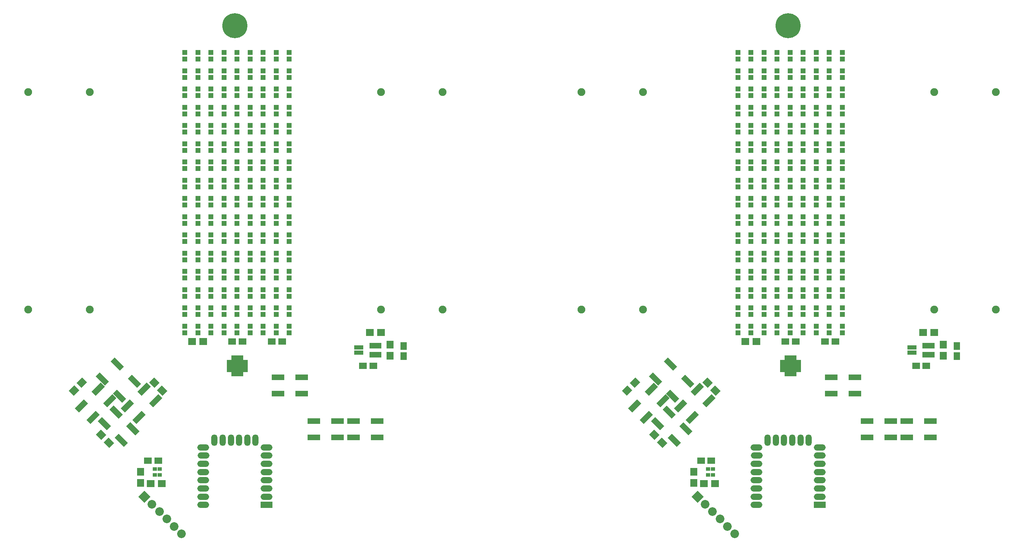
<source format=gts>
%MOIN*%
%OFA0B0*%
%FSLAX46Y46*%
%IPPOS*%
%LPD*%
%ADD10C,0.0039370078740157488*%
%ADD11C,0.074803149606299218*%
%ADD12R,0.047244094488188976X0.047244094488188976*%
%ADD13R,0.074803149606299218X0.064960629921259838*%
%ADD14R,0.074803149606299218X0.066929133858267723*%
%ADD15C,0.082677165354330714*%
%ADD16C,0.24015748031496062*%
%ADD17R,0.1141732283464567X0.059055118110236227*%
%ADD18O,0.1141732283464567X0.059055118110236227*%
%ADD19O,0.059055118110236227X0.11023622047244094*%
%ADD20R,0.066929133858267723X0.074803149606299218*%
%ADD21R,0.023622047244094488X0.047244094488188976*%
%ADD22R,0.047244094488188976X0.023622047244094488*%
%ADD23R,0.062992125984251982X0.062992125984251982*%
%ADD24R,0.03937007874015748X0.033464566929133861*%
%ADD25R,0.12401574803149606X0.055118110236220472*%
%ADD26R,0.041338582677165357X0.05748031496062992*%
%ADD27R,0.064960629921259838X0.074803149606299218*%
%ADD28R,0.086614173228346469X0.03937007874015748*%
%ADD39C,0.0039370078740157488*%
%ADD40C,0.074803149606299218*%
%ADD41R,0.047244094488188976X0.047244094488188976*%
%ADD42R,0.074803149606299218X0.064960629921259838*%
%ADD43R,0.074803149606299218X0.066929133858267723*%
%ADD44C,0.082677165354330714*%
%ADD45C,0.24015748031496062*%
%ADD46R,0.1141732283464567X0.059055118110236227*%
%ADD47O,0.1141732283464567X0.059055118110236227*%
%ADD48O,0.059055118110236227X0.11023622047244094*%
%ADD49R,0.066929133858267723X0.074803149606299218*%
%ADD50R,0.023622047244094488X0.047244094488188976*%
%ADD51R,0.047244094488188976X0.023622047244094488*%
%ADD52R,0.062992125984251982X0.062992125984251982*%
%ADD53R,0.03937007874015748X0.033464566929133861*%
%ADD54R,0.12401574803149606X0.055118110236220472*%
%ADD55R,0.041338582677165357X0.05748031496062992*%
%ADD56R,0.064960629921259838X0.074803149606299218*%
%ADD57R,0.086614173228346469X0.03937007874015748*%
%LPD*%
G01*
D10*
G36*
X0001831343Y0001813960D02*
X0001870318Y0001852934D01*
X0001958010Y0001765242D01*
X0001919036Y0001726267D01*
X0001831343Y0001813960D01*
X0001831343Y0001813960D01*
G37*
G36*
X0001666315Y0001978988D02*
X0001705289Y0002017963D01*
X0001792981Y0001930270D01*
X0001754007Y0001891296D01*
X0001666315Y0001978988D01*
X0001666315Y0001978988D01*
G37*
G36*
X0001522666Y0001835340D02*
X0001561641Y0001874314D01*
X0001649333Y0001786622D01*
X0001610359Y0001747647D01*
X0001522666Y0001835340D01*
X0001522666Y0001835340D01*
G37*
G36*
X0001687695Y0001670311D02*
X0001726669Y0001709286D01*
X0001814362Y0001621593D01*
X0001775387Y0001582619D01*
X0001687695Y0001670311D01*
X0001687695Y0001670311D01*
G37*
D11*
X0004257401Y0004564566D03*
X0004847952Y0004564566D03*
X0004847952Y0002477952D03*
X0004257401Y0002477952D03*
X0000877401Y0004564566D03*
X0001467952Y0004564566D03*
X0001467952Y0002477952D03*
X0000877401Y0002477952D03*
D12*
X0003377086Y0004879094D03*
X0003377086Y0004942086D03*
X0003377086Y0004704094D03*
X0003377086Y0004767086D03*
X0003377086Y0004529094D03*
X0003377086Y0004592086D03*
X0003377086Y0004354094D03*
X0003377086Y0004417086D03*
X0003377086Y0004179094D03*
X0003377086Y0004242086D03*
X0003377086Y0004004094D03*
X0003377086Y0004067086D03*
X0003377086Y0003829094D03*
X0003377086Y0003892086D03*
X0003377086Y0003654094D03*
X0003377086Y0003717086D03*
X0003377086Y0003479094D03*
X0003377086Y0003542086D03*
X0003377086Y0003304094D03*
X0003377086Y0003367086D03*
X0003377086Y0003129094D03*
X0003377086Y0003192086D03*
X0003377086Y0002954094D03*
X0003377086Y0003017086D03*
X0003377086Y0002779094D03*
X0003377086Y0002842086D03*
X0003377086Y0002604094D03*
X0003377086Y0002667086D03*
X0003377086Y0002429094D03*
X0003377086Y0002492086D03*
X0003377086Y0002254094D03*
X0003377086Y0002317086D03*
D13*
X0003210964Y0002170452D03*
X0003309389Y0002170452D03*
D12*
X0003252086Y0004879094D03*
X0003252086Y0004942086D03*
X0003252086Y0004704094D03*
X0003252086Y0004767086D03*
X0003252086Y0004529094D03*
X0003252086Y0004592086D03*
X0003252086Y0004354094D03*
X0003252086Y0004417086D03*
X0003252086Y0004179094D03*
X0003252086Y0004242086D03*
X0003252086Y0004004094D03*
X0003252086Y0004067086D03*
X0003252086Y0003829094D03*
X0003252086Y0003892086D03*
X0003252086Y0003654094D03*
X0003252086Y0003717086D03*
X0003252086Y0003479094D03*
X0003252086Y0003542086D03*
X0003252086Y0003304094D03*
X0003252086Y0003367086D03*
X0003252086Y0003129094D03*
X0003252086Y0003192086D03*
X0003252086Y0002954094D03*
X0003252086Y0003017086D03*
X0003252086Y0002779094D03*
X0003252086Y0002842086D03*
X0003252086Y0002604094D03*
X0003252086Y0002667086D03*
X0003252086Y0002429094D03*
X0003252086Y0002492086D03*
X0003252086Y0002254094D03*
X0003252086Y0002317086D03*
D13*
X0002929389Y0002170452D03*
X0002830964Y0002170452D03*
D12*
X0003127086Y0004879094D03*
X0003127086Y0004942086D03*
X0003127086Y0004704094D03*
X0003127086Y0004767086D03*
X0003127086Y0004529094D03*
X0003127086Y0004592086D03*
X0003127086Y0004354094D03*
X0003127086Y0004417086D03*
X0003127086Y0004179094D03*
X0003127086Y0004242086D03*
X0003127086Y0004004094D03*
X0003127086Y0004067086D03*
X0003127086Y0003829094D03*
X0003127086Y0003892086D03*
X0003127086Y0003654094D03*
X0003127086Y0003717086D03*
X0003127086Y0003479094D03*
X0003127086Y0003542086D03*
X0003127086Y0003304094D03*
X0003127086Y0003367086D03*
X0003127086Y0003129094D03*
X0003127086Y0003192086D03*
X0003127086Y0002954094D03*
X0003127086Y0003017086D03*
X0003127086Y0002779094D03*
X0003127086Y0002842086D03*
X0003127086Y0002604094D03*
X0003127086Y0002667086D03*
X0003127086Y0002429094D03*
X0003127086Y0002492086D03*
X0003127086Y0002254094D03*
X0003127086Y0002317086D03*
X0003002086Y0004879094D03*
X0003002086Y0004942086D03*
X0003002086Y0004704094D03*
X0003002086Y0004767086D03*
X0003002086Y0004529094D03*
X0003002086Y0004592086D03*
X0003002086Y0004354094D03*
X0003002086Y0004417086D03*
X0003002086Y0004179094D03*
X0003002086Y0004242086D03*
X0003002086Y0004004094D03*
X0003002086Y0004067086D03*
X0003002086Y0003829094D03*
X0003002086Y0003892086D03*
X0003002086Y0003654094D03*
X0003002086Y0003717086D03*
X0003002086Y0003479094D03*
X0003002086Y0003542086D03*
X0003002086Y0003304094D03*
X0003002086Y0003367086D03*
X0003002086Y0003129094D03*
X0003002086Y0003192086D03*
X0003002086Y0002954094D03*
X0003002086Y0003017086D03*
X0003002086Y0002779094D03*
X0003002086Y0002842086D03*
X0003002086Y0002604094D03*
X0003002086Y0002667086D03*
X0003002086Y0002429094D03*
X0003002086Y0002492086D03*
X0003002086Y0002254094D03*
X0003002086Y0002317086D03*
X0002877086Y0004879094D03*
X0002877086Y0004942086D03*
X0002877086Y0004704094D03*
X0002877086Y0004767086D03*
X0002877086Y0004529094D03*
X0002877086Y0004592086D03*
X0002877086Y0004354094D03*
X0002877086Y0004417086D03*
X0002877086Y0004179094D03*
X0002877086Y0004242086D03*
X0002877086Y0004004094D03*
X0002877086Y0004067086D03*
X0002877086Y0003829094D03*
X0002877086Y0003892086D03*
X0002877086Y0003654094D03*
X0002877086Y0003717086D03*
X0002877086Y0003479094D03*
X0002877086Y0003542086D03*
X0002877086Y0003304094D03*
X0002877086Y0003367086D03*
X0002877086Y0003129094D03*
X0002877086Y0003192086D03*
X0002877086Y0002954094D03*
X0002877086Y0003017086D03*
X0002877086Y0002779094D03*
X0002877086Y0002842086D03*
X0002877086Y0002604094D03*
X0002877086Y0002667086D03*
X0002877086Y0002429094D03*
X0002877086Y0002492086D03*
X0002877086Y0002254094D03*
X0002877086Y0002317086D03*
X0002752086Y0004879094D03*
X0002752086Y0004942086D03*
X0002752086Y0004704094D03*
X0002752086Y0004767086D03*
X0002752086Y0004529094D03*
X0002752086Y0004592086D03*
X0002752086Y0004354094D03*
X0002752086Y0004417086D03*
X0002752086Y0004179094D03*
X0002752086Y0004242086D03*
X0002752086Y0004004094D03*
X0002752086Y0004067086D03*
X0002752086Y0003829094D03*
X0002752086Y0003892086D03*
X0002752086Y0003654094D03*
X0002752086Y0003717086D03*
X0002752086Y0003479094D03*
X0002752086Y0003542086D03*
X0002752086Y0003304094D03*
X0002752086Y0003367086D03*
X0002752086Y0003129094D03*
X0002752086Y0003192086D03*
X0002752086Y0002954094D03*
X0002752086Y0003017086D03*
X0002752086Y0002779094D03*
X0002752086Y0002842086D03*
X0002752086Y0002604094D03*
X0002752086Y0002667086D03*
X0002752086Y0002429094D03*
X0002752086Y0002492086D03*
X0002752086Y0002254094D03*
X0002752086Y0002317086D03*
X0002627086Y0004879094D03*
X0002627086Y0004942086D03*
X0002627086Y0004704094D03*
X0002627086Y0004767086D03*
X0002627086Y0004529094D03*
X0002627086Y0004592086D03*
X0002627086Y0004354094D03*
X0002627086Y0004417086D03*
X0002627086Y0004179094D03*
X0002627086Y0004242086D03*
X0002627086Y0004004094D03*
X0002627086Y0004067086D03*
X0002627086Y0003829094D03*
X0002627086Y0003892086D03*
X0002627086Y0003654094D03*
X0002627086Y0003717086D03*
X0002627086Y0003479094D03*
X0002627086Y0003542086D03*
X0002627086Y0003304094D03*
X0002627086Y0003367086D03*
X0002627086Y0003129094D03*
X0002627086Y0003192086D03*
X0002627086Y0002954094D03*
X0002627086Y0003017086D03*
X0002627086Y0002779094D03*
X0002627086Y0002842086D03*
X0002627086Y0002604094D03*
X0002627086Y0002667086D03*
X0002627086Y0002429094D03*
X0002627086Y0002492086D03*
X0002627086Y0002254094D03*
X0002627086Y0002317086D03*
X0002502086Y0004879094D03*
X0002502086Y0004942086D03*
X0002502086Y0004704094D03*
X0002502086Y0004767086D03*
X0002502086Y0004529094D03*
X0002502086Y0004592086D03*
X0002502086Y0004354094D03*
X0002502086Y0004417086D03*
X0002502086Y0004179094D03*
X0002502086Y0004242086D03*
X0002502086Y0004004094D03*
X0002502086Y0004067086D03*
X0002502086Y0003829094D03*
X0002502086Y0003892086D03*
X0002502086Y0003654094D03*
X0002502086Y0003717086D03*
X0002502086Y0003479094D03*
X0002502086Y0003542086D03*
X0002502086Y0003304094D03*
X0002502086Y0003367086D03*
X0002502086Y0003129094D03*
X0002502086Y0003192086D03*
X0002502086Y0002954094D03*
X0002502086Y0003017086D03*
X0002502086Y0002779094D03*
X0002502086Y0002842086D03*
X0002502086Y0002604094D03*
X0002502086Y0002667086D03*
X0002502086Y0002429094D03*
X0002502086Y0002492086D03*
X0002502086Y0002254094D03*
X0002502086Y0002317086D03*
X0002377086Y0004879094D03*
X0002377086Y0004942086D03*
X0002377086Y0004704094D03*
X0002377086Y0004767086D03*
X0002377086Y0004529094D03*
X0002377086Y0004592086D03*
X0002377086Y0004354094D03*
X0002377086Y0004417086D03*
X0002377086Y0004179094D03*
X0002377086Y0004242086D03*
X0002377086Y0004004094D03*
X0002377086Y0004067086D03*
X0002377086Y0003829094D03*
X0002377086Y0003892086D03*
X0002377086Y0003654094D03*
X0002377086Y0003717086D03*
X0002377086Y0003479094D03*
X0002377086Y0003542086D03*
X0002377086Y0003304094D03*
X0002377086Y0003367086D03*
X0002377086Y0003129094D03*
X0002377086Y0003192086D03*
X0002377086Y0002954094D03*
X0002377086Y0003017086D03*
X0002377086Y0002779094D03*
X0002377086Y0002842086D03*
X0002377086Y0002604094D03*
X0002377086Y0002667086D03*
X0002377086Y0002429094D03*
X0002377086Y0002492086D03*
X0002377086Y0002254094D03*
X0002377086Y0002317086D03*
D14*
X0002447027Y0002170452D03*
X0002553326Y0002170452D03*
D10*
G36*
X0001990157Y0000622640D02*
X0001931695Y0000681102D01*
X0001990157Y0000739563D01*
X0002048619Y0000681102D01*
X0001990157Y0000622640D01*
X0001990157Y0000622640D01*
G37*
D15*
X0002060868Y0000610391D02*
X0002060868Y0000610391D01*
X0002131578Y0000539681D02*
X0002131578Y0000539681D01*
X0002202289Y0000468970D02*
X0002202289Y0000468970D01*
X0002273000Y0000398259D02*
X0002273000Y0000398259D01*
X0002343710Y0000327548D02*
X0002343710Y0000327548D01*
D16*
X0002856299Y0005200787D03*
D17*
X0003160236Y0000602952D03*
D18*
X0003160236Y0000681692D03*
X0003160236Y0000760433D03*
X0003160236Y0000839173D03*
X0003160236Y0000917913D03*
X0003160236Y0000996653D03*
X0003160236Y0001075393D03*
X0003160236Y0001154133D03*
X0002553936Y0001154133D03*
X0002557873Y0001075393D03*
X0002553936Y0000996653D03*
X0002553936Y0000917913D03*
X0002553936Y0000839173D03*
X0002553936Y0000760433D03*
X0002553936Y0000681692D03*
X0002553936Y0000602952D03*
D19*
X0003054330Y0001223031D03*
X0002975590Y0001223031D03*
X0002896850Y0001223031D03*
X0002818110Y0001223031D03*
X0002739370Y0001223031D03*
X0002660629Y0001223031D03*
D13*
X0002023464Y0001027952D03*
X0002121889Y0001027952D03*
D14*
X0002049527Y0000807952D03*
X0002155826Y0000807952D03*
D20*
X0001952677Y0000814803D03*
X0001952677Y0000921102D03*
D21*
X0002832933Y0001858681D03*
X0002848681Y0001858681D03*
X0002864429Y0001858681D03*
X0002880177Y0001858681D03*
X0002895925Y0001858681D03*
X0002911673Y0001858681D03*
X0002927421Y0001858681D03*
D22*
X0002956948Y0001888208D03*
X0002956948Y0001903956D03*
X0002956948Y0001919704D03*
X0002956948Y0001935452D03*
X0002956948Y0001951200D03*
X0002956948Y0001966948D03*
X0002956948Y0001982696D03*
D21*
X0002927421Y0002012224D03*
X0002911673Y0002012224D03*
X0002895925Y0002012224D03*
X0002880177Y0002012224D03*
X0002864429Y0002012224D03*
X0002848681Y0002012224D03*
X0002832933Y0002012224D03*
D22*
X0002803405Y0001982696D03*
X0002803405Y0001966948D03*
X0002803405Y0001951200D03*
X0002803405Y0001935452D03*
X0002803405Y0001919704D03*
X0002803405Y0001903956D03*
X0002803405Y0001888208D03*
D23*
X0002903799Y0001959074D03*
X0002856555Y0001959074D03*
X0002903799Y0001911830D03*
X0002856555Y0001911830D03*
D24*
X0002136299Y0000945511D03*
X0002089055Y0000945511D03*
X0002089055Y0000890393D03*
X0002136299Y0000890393D03*
D10*
G36*
X0002210369Y0001697586D02*
X0002163043Y0001650260D01*
X0002110149Y0001703154D01*
X0002157475Y0001750480D01*
X0002210369Y0001697586D01*
X0002210369Y0001697586D01*
G37*
G36*
X0002135204Y0001772751D02*
X0002087878Y0001725425D01*
X0002034984Y0001778319D01*
X0002082310Y0001825645D01*
X0002135204Y0001772751D01*
X0002135204Y0001772751D01*
G37*
G36*
X0001312310Y0001650260D02*
X0001264984Y0001697586D01*
X0001317878Y0001750480D01*
X0001365204Y0001703154D01*
X0001312310Y0001650260D01*
X0001312310Y0001650260D01*
G37*
G36*
X0001387475Y0001725425D02*
X0001340149Y0001772751D01*
X0001393043Y0001825645D01*
X0001440369Y0001778319D01*
X0001387475Y0001725425D01*
X0001387475Y0001725425D01*
G37*
G36*
X0001524984Y0001278319D02*
X0001572310Y0001325645D01*
X0001625204Y0001272751D01*
X0001577878Y0001225425D01*
X0001524984Y0001278319D01*
X0001524984Y0001278319D01*
G37*
G36*
X0001600149Y0001203154D02*
X0001647475Y0001250480D01*
X0001700369Y0001197586D01*
X0001653043Y0001150260D01*
X0001600149Y0001203154D01*
X0001600149Y0001203154D01*
G37*
D25*
X0003269291Y0001669212D03*
X0003496062Y0001669212D03*
X0003496062Y0001826692D03*
X0003269291Y0001826692D03*
D10*
G36*
X0001962537Y0001505432D02*
X0002001512Y0001466458D01*
X0001913819Y0001378765D01*
X0001874845Y0001417740D01*
X0001962537Y0001505432D01*
X0001962537Y0001505432D01*
G37*
G36*
X0002122889Y0001665784D02*
X0002161864Y0001626809D01*
X0002074171Y0001539117D01*
X0002035197Y0001578091D01*
X0002122889Y0001665784D01*
X0002122889Y0001665784D01*
G37*
G36*
X0002011534Y0001777139D02*
X0002050508Y0001738165D01*
X0001962816Y0001650472D01*
X0001923841Y0001689447D01*
X0002011534Y0001777139D01*
X0002011534Y0001777139D01*
G37*
G36*
X0001851182Y0001616787D02*
X0001890156Y0001577813D01*
X0001802464Y0001490121D01*
X0001763490Y0001529095D01*
X0001851182Y0001616787D01*
X0001851182Y0001616787D01*
G37*
G36*
X0001522816Y0001650472D02*
X0001483841Y0001689447D01*
X0001571534Y0001777139D01*
X0001610508Y0001738165D01*
X0001522816Y0001650472D01*
X0001522816Y0001650472D01*
G37*
G36*
X0001362464Y0001490121D02*
X0001323490Y0001529095D01*
X0001411182Y0001616787D01*
X0001450156Y0001577813D01*
X0001362464Y0001490121D01*
X0001362464Y0001490121D01*
G37*
G36*
X0001473819Y0001378765D02*
X0001434845Y0001417740D01*
X0001522537Y0001505432D01*
X0001561512Y0001466458D01*
X0001473819Y0001378765D01*
X0001473819Y0001378765D01*
G37*
G36*
X0001634171Y0001539117D02*
X0001595197Y0001578091D01*
X0001682889Y0001665784D01*
X0001721864Y0001626809D01*
X0001634171Y0001539117D01*
X0001634171Y0001539117D01*
G37*
G36*
X0001670156Y0001358091D02*
X0001631182Y0001319117D01*
X0001543490Y0001406809D01*
X0001582464Y0001445784D01*
X0001670156Y0001358091D01*
X0001670156Y0001358091D01*
G37*
G36*
X0001830508Y0001197740D02*
X0001791534Y0001158765D01*
X0001703841Y0001246458D01*
X0001742816Y0001285432D01*
X0001830508Y0001197740D01*
X0001830508Y0001197740D01*
G37*
G36*
X0001941864Y0001309095D02*
X0001902889Y0001270121D01*
X0001815197Y0001357813D01*
X0001854171Y0001396787D01*
X0001941864Y0001309095D01*
X0001941864Y0001309095D01*
G37*
G36*
X0001781512Y0001469447D02*
X0001742537Y0001430472D01*
X0001654845Y0001518165D01*
X0001693819Y0001557139D01*
X0001781512Y0001469447D01*
X0001781512Y0001469447D01*
G37*
D25*
X0003614291Y0001249212D03*
X0003841062Y0001249212D03*
X0003841062Y0001406692D03*
X0003614291Y0001406692D03*
X0003994291Y0001249212D03*
X0004221062Y0001249212D03*
X0004221062Y0001406692D03*
X0003994291Y0001406692D03*
D26*
X0004165275Y0002044645D03*
X0004202677Y0002044645D03*
X0004240078Y0002044645D03*
X0004240078Y0002131259D03*
X0004165275Y0002131259D03*
X0004202677Y0002131259D03*
D13*
X0004181889Y0001937952D03*
X0004083464Y0001937952D03*
D27*
X0004472677Y0002028740D03*
X0004472677Y0002127165D03*
D28*
X0004042677Y0002063346D03*
X0004042677Y0002112559D03*
D14*
X0004149527Y0002257952D03*
X0004255826Y0002257952D03*
D20*
X0004342677Y0002034803D03*
X0004342677Y0002141102D03*
G04 next file*
%LPD*%
G04 #@! TF.FileFunction,Soldermask,Top*
G04 Gerber Fmt 4.6, Leading zero omitted, Abs format (unit mm)*
G04 Created by KiCad (PCBNEW 4.0.4-stable) date 05/16/17 13:47:45*
G01*
G04 APERTURE LIST*
G04 APERTURE END LIST*
D39*
G36*
X0007130556Y0001813960D02*
X0007169530Y0001852934D01*
X0007257223Y0001765242D01*
X0007218248Y0001726267D01*
X0007130556Y0001813960D01*
X0007130556Y0001813960D01*
G37*
G36*
X0006965527Y0001978988D02*
X0007004502Y0002017963D01*
X0007092194Y0001930270D01*
X0007053220Y0001891296D01*
X0006965527Y0001978988D01*
X0006965527Y0001978988D01*
G37*
G36*
X0006821879Y0001835340D02*
X0006860853Y0001874314D01*
X0006948546Y0001786622D01*
X0006909571Y0001747647D01*
X0006821879Y0001835340D01*
X0006821879Y0001835340D01*
G37*
G36*
X0006986908Y0001670311D02*
X0007025882Y0001709286D01*
X0007113574Y0001621593D01*
X0007074600Y0001582619D01*
X0006986908Y0001670311D01*
X0006986908Y0001670311D01*
G37*
D40*
X0009556614Y0004564566D03*
X0010147165Y0004564566D03*
X0010147165Y0002477952D03*
X0009556614Y0002477952D03*
X0006176614Y0004564566D03*
X0006767165Y0004564566D03*
X0006767165Y0002477952D03*
X0006176614Y0002477952D03*
D41*
X0008676299Y0004879094D03*
X0008676299Y0004942086D03*
X0008676299Y0004704094D03*
X0008676299Y0004767086D03*
X0008676299Y0004529094D03*
X0008676299Y0004592086D03*
X0008676299Y0004354094D03*
X0008676299Y0004417086D03*
X0008676299Y0004179094D03*
X0008676299Y0004242086D03*
X0008676299Y0004004094D03*
X0008676299Y0004067086D03*
X0008676299Y0003829094D03*
X0008676299Y0003892086D03*
X0008676299Y0003654094D03*
X0008676299Y0003717086D03*
X0008676299Y0003479094D03*
X0008676299Y0003542086D03*
X0008676299Y0003304094D03*
X0008676299Y0003367086D03*
X0008676299Y0003129094D03*
X0008676299Y0003192086D03*
X0008676299Y0002954094D03*
X0008676299Y0003017086D03*
X0008676299Y0002779094D03*
X0008676299Y0002842086D03*
X0008676299Y0002604094D03*
X0008676299Y0002667086D03*
X0008676299Y0002429094D03*
X0008676299Y0002492086D03*
X0008676299Y0002254094D03*
X0008676299Y0002317086D03*
D42*
X0008510177Y0002170452D03*
X0008608602Y0002170452D03*
D41*
X0008551299Y0004879094D03*
X0008551299Y0004942086D03*
X0008551299Y0004704094D03*
X0008551299Y0004767086D03*
X0008551299Y0004529094D03*
X0008551299Y0004592086D03*
X0008551299Y0004354094D03*
X0008551299Y0004417086D03*
X0008551299Y0004179094D03*
X0008551299Y0004242086D03*
X0008551299Y0004004094D03*
X0008551299Y0004067086D03*
X0008551299Y0003829094D03*
X0008551299Y0003892086D03*
X0008551299Y0003654094D03*
X0008551299Y0003717086D03*
X0008551299Y0003479094D03*
X0008551299Y0003542086D03*
X0008551299Y0003304094D03*
X0008551299Y0003367086D03*
X0008551299Y0003129094D03*
X0008551299Y0003192086D03*
X0008551299Y0002954094D03*
X0008551299Y0003017086D03*
X0008551299Y0002779094D03*
X0008551299Y0002842086D03*
X0008551299Y0002604094D03*
X0008551299Y0002667086D03*
X0008551299Y0002429094D03*
X0008551299Y0002492086D03*
X0008551299Y0002254094D03*
X0008551299Y0002317086D03*
D42*
X0008228602Y0002170452D03*
X0008130177Y0002170452D03*
D41*
X0008426299Y0004879094D03*
X0008426299Y0004942086D03*
X0008426299Y0004704094D03*
X0008426299Y0004767086D03*
X0008426299Y0004529094D03*
X0008426299Y0004592086D03*
X0008426299Y0004354094D03*
X0008426299Y0004417086D03*
X0008426299Y0004179094D03*
X0008426299Y0004242086D03*
X0008426299Y0004004094D03*
X0008426299Y0004067086D03*
X0008426299Y0003829094D03*
X0008426299Y0003892086D03*
X0008426299Y0003654094D03*
X0008426299Y0003717086D03*
X0008426299Y0003479094D03*
X0008426299Y0003542086D03*
X0008426299Y0003304094D03*
X0008426299Y0003367086D03*
X0008426299Y0003129094D03*
X0008426299Y0003192086D03*
X0008426299Y0002954094D03*
X0008426299Y0003017086D03*
X0008426299Y0002779094D03*
X0008426299Y0002842086D03*
X0008426299Y0002604094D03*
X0008426299Y0002667086D03*
X0008426299Y0002429094D03*
X0008426299Y0002492086D03*
X0008426299Y0002254094D03*
X0008426299Y0002317086D03*
X0008301299Y0004879094D03*
X0008301299Y0004942086D03*
X0008301299Y0004704094D03*
X0008301299Y0004767086D03*
X0008301299Y0004529094D03*
X0008301299Y0004592086D03*
X0008301299Y0004354094D03*
X0008301299Y0004417086D03*
X0008301299Y0004179094D03*
X0008301299Y0004242086D03*
X0008301299Y0004004094D03*
X0008301299Y0004067086D03*
X0008301299Y0003829094D03*
X0008301299Y0003892086D03*
X0008301299Y0003654094D03*
X0008301299Y0003717086D03*
X0008301299Y0003479094D03*
X0008301299Y0003542086D03*
X0008301299Y0003304094D03*
X0008301299Y0003367086D03*
X0008301299Y0003129094D03*
X0008301299Y0003192086D03*
X0008301299Y0002954094D03*
X0008301299Y0003017086D03*
X0008301299Y0002779094D03*
X0008301299Y0002842086D03*
X0008301299Y0002604094D03*
X0008301299Y0002667086D03*
X0008301299Y0002429094D03*
X0008301299Y0002492086D03*
X0008301299Y0002254094D03*
X0008301299Y0002317086D03*
X0008176299Y0004879094D03*
X0008176299Y0004942086D03*
X0008176299Y0004704094D03*
X0008176299Y0004767086D03*
X0008176299Y0004529094D03*
X0008176299Y0004592086D03*
X0008176299Y0004354094D03*
X0008176299Y0004417086D03*
X0008176299Y0004179094D03*
X0008176299Y0004242086D03*
X0008176299Y0004004094D03*
X0008176299Y0004067086D03*
X0008176299Y0003829094D03*
X0008176299Y0003892086D03*
X0008176299Y0003654094D03*
X0008176299Y0003717086D03*
X0008176299Y0003479094D03*
X0008176299Y0003542086D03*
X0008176299Y0003304094D03*
X0008176299Y0003367086D03*
X0008176299Y0003129094D03*
X0008176299Y0003192086D03*
X0008176299Y0002954094D03*
X0008176299Y0003017086D03*
X0008176299Y0002779094D03*
X0008176299Y0002842086D03*
X0008176299Y0002604094D03*
X0008176299Y0002667086D03*
X0008176299Y0002429094D03*
X0008176299Y0002492086D03*
X0008176299Y0002254094D03*
X0008176299Y0002317086D03*
X0008051299Y0004879094D03*
X0008051299Y0004942086D03*
X0008051299Y0004704094D03*
X0008051299Y0004767086D03*
X0008051299Y0004529094D03*
X0008051299Y0004592086D03*
X0008051299Y0004354094D03*
X0008051299Y0004417086D03*
X0008051299Y0004179094D03*
X0008051299Y0004242086D03*
X0008051299Y0004004094D03*
X0008051299Y0004067086D03*
X0008051299Y0003829094D03*
X0008051299Y0003892086D03*
X0008051299Y0003654094D03*
X0008051299Y0003717086D03*
X0008051299Y0003479094D03*
X0008051299Y0003542086D03*
X0008051299Y0003304094D03*
X0008051299Y0003367086D03*
X0008051299Y0003129094D03*
X0008051299Y0003192086D03*
X0008051299Y0002954094D03*
X0008051299Y0003017086D03*
X0008051299Y0002779094D03*
X0008051299Y0002842086D03*
X0008051299Y0002604094D03*
X0008051299Y0002667086D03*
X0008051299Y0002429094D03*
X0008051299Y0002492086D03*
X0008051299Y0002254094D03*
X0008051299Y0002317086D03*
X0007926299Y0004879094D03*
X0007926299Y0004942086D03*
X0007926299Y0004704094D03*
X0007926299Y0004767086D03*
X0007926299Y0004529094D03*
X0007926299Y0004592086D03*
X0007926299Y0004354094D03*
X0007926299Y0004417086D03*
X0007926299Y0004179094D03*
X0007926299Y0004242086D03*
X0007926299Y0004004094D03*
X0007926299Y0004067086D03*
X0007926299Y0003829094D03*
X0007926299Y0003892086D03*
X0007926299Y0003654094D03*
X0007926299Y0003717086D03*
X0007926299Y0003479094D03*
X0007926299Y0003542086D03*
X0007926299Y0003304094D03*
X0007926299Y0003367086D03*
X0007926299Y0003129094D03*
X0007926299Y0003192086D03*
X0007926299Y0002954094D03*
X0007926299Y0003017086D03*
X0007926299Y0002779094D03*
X0007926299Y0002842086D03*
X0007926299Y0002604094D03*
X0007926299Y0002667086D03*
X0007926299Y0002429094D03*
X0007926299Y0002492086D03*
X0007926299Y0002254094D03*
X0007926299Y0002317086D03*
X0007801299Y0004879094D03*
X0007801299Y0004942086D03*
X0007801299Y0004704094D03*
X0007801299Y0004767086D03*
X0007801299Y0004529094D03*
X0007801299Y0004592086D03*
X0007801299Y0004354094D03*
X0007801299Y0004417086D03*
X0007801299Y0004179094D03*
X0007801299Y0004242086D03*
X0007801299Y0004004094D03*
X0007801299Y0004067086D03*
X0007801299Y0003829094D03*
X0007801299Y0003892086D03*
X0007801299Y0003654094D03*
X0007801299Y0003717086D03*
X0007801299Y0003479094D03*
X0007801299Y0003542086D03*
X0007801299Y0003304094D03*
X0007801299Y0003367086D03*
X0007801299Y0003129094D03*
X0007801299Y0003192086D03*
X0007801299Y0002954094D03*
X0007801299Y0003017086D03*
X0007801299Y0002779094D03*
X0007801299Y0002842086D03*
X0007801299Y0002604094D03*
X0007801299Y0002667086D03*
X0007801299Y0002429094D03*
X0007801299Y0002492086D03*
X0007801299Y0002254094D03*
X0007801299Y0002317086D03*
X0007676299Y0004879094D03*
X0007676299Y0004942086D03*
X0007676299Y0004704094D03*
X0007676299Y0004767086D03*
X0007676299Y0004529094D03*
X0007676299Y0004592086D03*
X0007676299Y0004354094D03*
X0007676299Y0004417086D03*
X0007676299Y0004179094D03*
X0007676299Y0004242086D03*
X0007676299Y0004004094D03*
X0007676299Y0004067086D03*
X0007676299Y0003829094D03*
X0007676299Y0003892086D03*
X0007676299Y0003654094D03*
X0007676299Y0003717086D03*
X0007676299Y0003479094D03*
X0007676299Y0003542086D03*
X0007676299Y0003304094D03*
X0007676299Y0003367086D03*
X0007676299Y0003129094D03*
X0007676299Y0003192086D03*
X0007676299Y0002954094D03*
X0007676299Y0003017086D03*
X0007676299Y0002779094D03*
X0007676299Y0002842086D03*
X0007676299Y0002604094D03*
X0007676299Y0002667086D03*
X0007676299Y0002429094D03*
X0007676299Y0002492086D03*
X0007676299Y0002254094D03*
X0007676299Y0002317086D03*
D43*
X0007746240Y0002170452D03*
X0007852539Y0002170452D03*
D39*
G36*
X0007289370Y0000622640D02*
X0007230908Y0000681102D01*
X0007289370Y0000739563D01*
X0007347831Y0000681102D01*
X0007289370Y0000622640D01*
X0007289370Y0000622640D01*
G37*
D44*
X0007360080Y0000610391D02*
X0007360080Y0000610391D01*
X0007430791Y0000539681D02*
X0007430791Y0000539681D01*
X0007501502Y0000468970D02*
X0007501502Y0000468970D01*
X0007572212Y0000398259D02*
X0007572212Y0000398259D01*
X0007642923Y0000327548D02*
X0007642923Y0000327548D01*
D45*
X0008155511Y0005200787D03*
D46*
X0008459448Y0000602952D03*
D47*
X0008459448Y0000681692D03*
X0008459448Y0000760433D03*
X0008459448Y0000839173D03*
X0008459448Y0000917913D03*
X0008459448Y0000996653D03*
X0008459448Y0001075393D03*
X0008459448Y0001154133D03*
X0007853149Y0001154133D03*
X0007857086Y0001075393D03*
X0007853149Y0000996653D03*
X0007853149Y0000917913D03*
X0007853149Y0000839173D03*
X0007853149Y0000760433D03*
X0007853149Y0000681692D03*
X0007853149Y0000602952D03*
D48*
X0008353543Y0001223031D03*
X0008274803Y0001223031D03*
X0008196062Y0001223031D03*
X0008117322Y0001223031D03*
X0008038582Y0001223031D03*
X0007959842Y0001223031D03*
D42*
X0007322677Y0001027952D03*
X0007421102Y0001027952D03*
D43*
X0007348740Y0000807952D03*
X0007455039Y0000807952D03*
D49*
X0007251889Y0000814803D03*
X0007251889Y0000921102D03*
D50*
X0008132145Y0001858681D03*
X0008147893Y0001858681D03*
X0008163641Y0001858681D03*
X0008179389Y0001858681D03*
X0008195137Y0001858681D03*
X0008210885Y0001858681D03*
X0008226633Y0001858681D03*
D51*
X0008256161Y0001888208D03*
X0008256161Y0001903956D03*
X0008256161Y0001919704D03*
X0008256161Y0001935452D03*
X0008256161Y0001951200D03*
X0008256161Y0001966948D03*
X0008256161Y0001982696D03*
D50*
X0008226633Y0002012224D03*
X0008210885Y0002012224D03*
X0008195137Y0002012224D03*
X0008179389Y0002012224D03*
X0008163641Y0002012224D03*
X0008147893Y0002012224D03*
X0008132145Y0002012224D03*
D51*
X0008102618Y0001982696D03*
X0008102618Y0001966948D03*
X0008102618Y0001951200D03*
X0008102618Y0001935452D03*
X0008102618Y0001919704D03*
X0008102618Y0001903956D03*
X0008102618Y0001888208D03*
D52*
X0008203011Y0001959074D03*
X0008155767Y0001959074D03*
X0008203011Y0001911830D03*
X0008155767Y0001911830D03*
D53*
X0007435511Y0000945511D03*
X0007388267Y0000945511D03*
X0007388267Y0000890393D03*
X0007435511Y0000890393D03*
D39*
G36*
X0007509582Y0001697586D02*
X0007462256Y0001650260D01*
X0007409362Y0001703154D01*
X0007456688Y0001750480D01*
X0007509582Y0001697586D01*
X0007509582Y0001697586D01*
G37*
G36*
X0007434417Y0001772751D02*
X0007387091Y0001725425D01*
X0007334197Y0001778319D01*
X0007381523Y0001825645D01*
X0007434417Y0001772751D01*
X0007434417Y0001772751D01*
G37*
G36*
X0006611523Y0001650260D02*
X0006564197Y0001697586D01*
X0006617091Y0001750480D01*
X0006664417Y0001703154D01*
X0006611523Y0001650260D01*
X0006611523Y0001650260D01*
G37*
G36*
X0006686688Y0001725425D02*
X0006639362Y0001772751D01*
X0006692256Y0001825645D01*
X0006739582Y0001778319D01*
X0006686688Y0001725425D01*
X0006686688Y0001725425D01*
G37*
G36*
X0006824197Y0001278319D02*
X0006871523Y0001325645D01*
X0006924417Y0001272751D01*
X0006877091Y0001225425D01*
X0006824197Y0001278319D01*
X0006824197Y0001278319D01*
G37*
G36*
X0006899362Y0001203154D02*
X0006946688Y0001250480D01*
X0006999582Y0001197586D01*
X0006952256Y0001150260D01*
X0006899362Y0001203154D01*
X0006899362Y0001203154D01*
G37*
D54*
X0008568503Y0001669212D03*
X0008795275Y0001669212D03*
X0008795275Y0001826692D03*
X0008568503Y0001826692D03*
D39*
G36*
X0007261750Y0001505432D02*
X0007300724Y0001466458D01*
X0007213032Y0001378765D01*
X0007174058Y0001417740D01*
X0007261750Y0001505432D01*
X0007261750Y0001505432D01*
G37*
G36*
X0007422102Y0001665784D02*
X0007461076Y0001626809D01*
X0007373384Y0001539117D01*
X0007334409Y0001578091D01*
X0007422102Y0001665784D01*
X0007422102Y0001665784D01*
G37*
G36*
X0007310746Y0001777139D02*
X0007349721Y0001738165D01*
X0007262028Y0001650472D01*
X0007223054Y0001689447D01*
X0007310746Y0001777139D01*
X0007310746Y0001777139D01*
G37*
G36*
X0007150395Y0001616787D02*
X0007189369Y0001577813D01*
X0007101677Y0001490121D01*
X0007062702Y0001529095D01*
X0007150395Y0001616787D01*
X0007150395Y0001616787D01*
G37*
G36*
X0006822028Y0001650472D02*
X0006783054Y0001689447D01*
X0006870746Y0001777139D01*
X0006909721Y0001738165D01*
X0006822028Y0001650472D01*
X0006822028Y0001650472D01*
G37*
G36*
X0006661677Y0001490121D02*
X0006622702Y0001529095D01*
X0006710395Y0001616787D01*
X0006749369Y0001577813D01*
X0006661677Y0001490121D01*
X0006661677Y0001490121D01*
G37*
G36*
X0006773032Y0001378765D02*
X0006734058Y0001417740D01*
X0006821750Y0001505432D01*
X0006860724Y0001466458D01*
X0006773032Y0001378765D01*
X0006773032Y0001378765D01*
G37*
G36*
X0006933384Y0001539117D02*
X0006894409Y0001578091D01*
X0006982102Y0001665784D01*
X0007021076Y0001626809D01*
X0006933384Y0001539117D01*
X0006933384Y0001539117D01*
G37*
G36*
X0006969369Y0001358091D02*
X0006930395Y0001319117D01*
X0006842702Y0001406809D01*
X0006881677Y0001445784D01*
X0006969369Y0001358091D01*
X0006969369Y0001358091D01*
G37*
G36*
X0007129721Y0001197740D02*
X0007090746Y0001158765D01*
X0007003054Y0001246458D01*
X0007042028Y0001285432D01*
X0007129721Y0001197740D01*
X0007129721Y0001197740D01*
G37*
G36*
X0007241076Y0001309095D02*
X0007202102Y0001270121D01*
X0007114409Y0001357813D01*
X0007153384Y0001396787D01*
X0007241076Y0001309095D01*
X0007241076Y0001309095D01*
G37*
G36*
X0007080724Y0001469447D02*
X0007041750Y0001430472D01*
X0006954058Y0001518165D01*
X0006993032Y0001557139D01*
X0007080724Y0001469447D01*
X0007080724Y0001469447D01*
G37*
D54*
X0008913503Y0001249212D03*
X0009140275Y0001249212D03*
X0009140275Y0001406692D03*
X0008913503Y0001406692D03*
X0009293503Y0001249212D03*
X0009520275Y0001249212D03*
X0009520275Y0001406692D03*
X0009293503Y0001406692D03*
D55*
X0009464488Y0002044645D03*
X0009501889Y0002044645D03*
X0009539291Y0002044645D03*
X0009539291Y0002131259D03*
X0009464488Y0002131259D03*
X0009501889Y0002131259D03*
D42*
X0009481102Y0001937952D03*
X0009382677Y0001937952D03*
D56*
X0009771889Y0002028740D03*
X0009771889Y0002127165D03*
D57*
X0009341889Y0002063346D03*
X0009341889Y0002112559D03*
D43*
X0009448740Y0002257952D03*
X0009555039Y0002257952D03*
D49*
X0009641889Y0002034803D03*
X0009641889Y0002141102D03*
M02*
</source>
